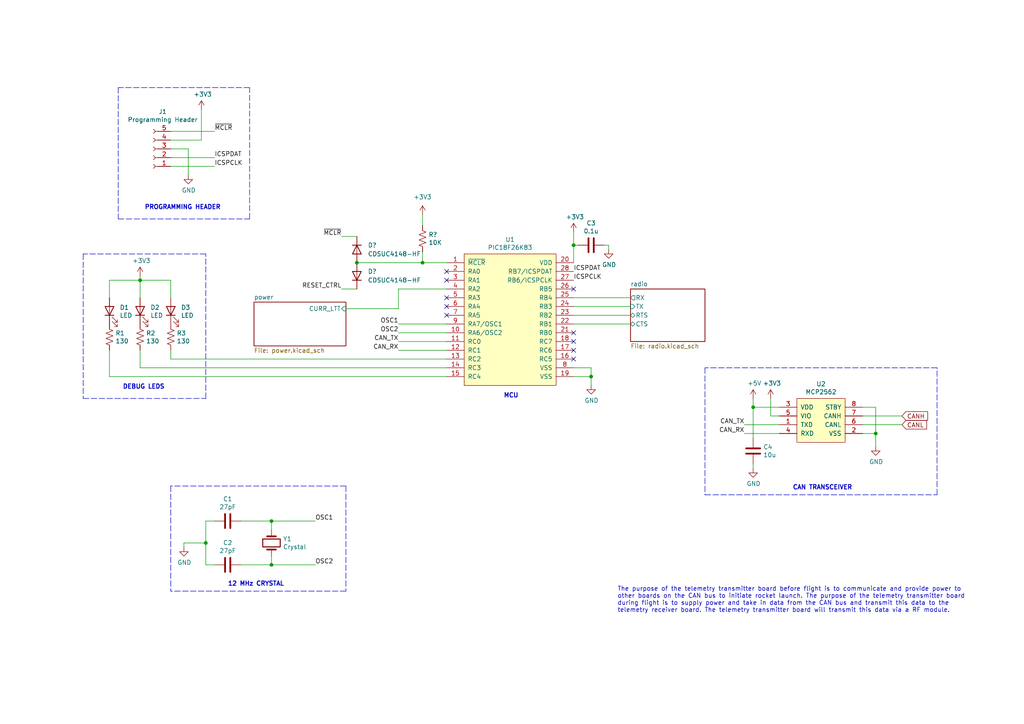
<source format=kicad_sch>
(kicad_sch (version 20211123) (generator eeschema)
  (paper "A4")
  (title_block (title "Live Telemetry Transmitter") (date "2021-10-01") (rev "2.1"))
  (lib_symbols
    (symbol "Connector:Conn_01x05_Female" (pin_names (offset 1.016) hide)
      (property "Reference" "J" (at 0 7.62 0))
      (property "Value" "Conn_01x05_Female" (at 0 -7.62 0))
      (symbol "Conn_01x05_Female_1_1"
        (arc (start 0 -4.572) (mid -0.508 -5.08) (end 0 -5.588) (stroke (width 0.1524)))
        (arc (start 0 -2.032) (mid -0.508 -2.54) (end 0 -3.048) (stroke (width 0.1524)))
        (polyline (pts (xy -1.27 -5.08) (xy -0.508 -5.08)) (stroke (width 0.1524)))
        (polyline (pts (xy -1.27 -2.54) (xy -0.508 -2.54)) (stroke (width 0.1524)))
        (polyline (pts (xy -1.27 0) (xy -0.508 0)) (stroke (width 0.1524)))
        (polyline (pts (xy -1.27 2.54) (xy -0.508 2.54)) (stroke (width 0.1524)))
        (polyline (pts (xy -1.27 5.08) (xy -0.508 5.08)) (stroke (width 0.1524)))
        (arc (start 0 0.508) (mid -0.508 0) (end 0 -0.508) (stroke (width 0.1524)))
        (arc (start 0 3.048) (mid -0.508 2.54) (end 0 2.032) (stroke (width 0.1524)))
        (arc (start 0 5.588) (mid -0.508 5.08) (end 0 4.572) (stroke (width 0.1524)))
        (pin passive line (at -5.08 5.08 0) (length 3.81) (name "Pin_1") (number "1"))
        (pin passive line (at -5.08 2.54 0) (length 3.81) (name "Pin_2") (number "2"))
        (pin passive line (at -5.08 0 0) (length 3.81) (name "Pin_3") (number "3"))
        (pin passive line (at -5.08 -2.54 0) (length 3.81) (name "Pin_4") (number "4"))
        (pin passive line (at -5.08 -5.08 0) (length 3.81) (name "Pin_5") (number "5"))
      )
    )
    (symbol "Device:C" (pin_numbers hide) (pin_names (offset 0.254))
      (property "Reference" "C" (at 0.635 2.54 0))
      (property "Value" "C" (at 0.635 -2.54 0))
      (symbol "C_0_1"
        (polyline (pts (xy -2.032 -0.762) (xy 2.032 -0.762)) (stroke (width 0.508)))
        (polyline (pts (xy -2.032 0.762) (xy 2.032 0.762)) (stroke (width 0.508)))
      )
      (symbol "C_1_1"
        (pin passive line (at 0 3.81 270) (length 2.794) (name "~") (number "1"))
        (pin passive line (at 0 -3.81 90) (length 2.794) (name "~") (number "2"))
      )
    )
    (symbol "Device:Crystal" (pin_numbers hide) (pin_names (offset 1.016) hide)
      (property "Reference" "Y" (at 0 3.81 0))
      (property "Value" "Crystal" (at 0 -3.81 0))
      (symbol "Crystal_0_1"
        (rectangle (start -1.143 2.54) (end 1.143 -2.54) (stroke (width 0.3048)))
        (polyline (pts (xy -2.54 0) (xy -1.905 0)))
        (polyline (pts (xy -1.905 -1.27) (xy -1.905 1.27)) (stroke (width 0.508)))
        (polyline (pts (xy 1.905 -1.27) (xy 1.905 1.27)) (stroke (width 0.508)))
        (polyline (pts (xy 2.54 0) (xy 1.905 0)))
      )
      (symbol "Crystal_1_1"
        (pin passive line (at -3.81 0 0) (length 1.27) (name "1") (number "1"))
        (pin passive line (at 3.81 0 180) (length 1.27) (name "2") (number "2"))
      )
    )
    (symbol "Device:D" (pin_numbers hide) (pin_names (offset 1.016) hide)
      (property "Reference" "D" (at 0 2.54 0))
      (property "Value" "D" (at 0 -2.54 0))
      (symbol "D_0_1"
        (polyline (pts (xy -1.27 1.27) (xy -1.27 -1.27)) (stroke (width 0.254)))
        (polyline (pts (xy 1.27 0) (xy -1.27 0)))
        (polyline (pts (xy 1.27 1.27) (xy 1.27 -1.27) (xy -1.27 0) (xy 1.27 1.27)) (stroke (width 0.254)))
      )
      (symbol "D_1_1"
        (pin passive line (at -3.81 0 0) (length 2.54) (name "K") (number "1"))
        (pin passive line (at 3.81 0 180) (length 2.54) (name "A") (number "2"))
      )
    )
    (symbol "Device:LED" (pin_numbers hide) (pin_names (offset 1.016) hide)
      (property "Reference" "D" (at 0 2.54 0))
      (property "Value" "LED" (at 0 -2.54 0))
      (symbol "LED_0_1"
        (polyline (pts (xy -1.27 -1.27) (xy -1.27 1.27)) (stroke (width 0.254)))
        (polyline (pts (xy -1.27 0) (xy 1.27 0)))
        (polyline (pts (xy 1.27 -1.27) (xy 1.27 1.27) (xy -1.27 0) (xy 1.27 -1.27)) (stroke (width 0.254)))
        (polyline (pts (xy -3.048 -0.762) (xy -4.572 -2.286) (xy -3.81 -2.286) (xy -4.572 -2.286) (xy -4.572 -1.524)))
        (polyline (pts (xy -1.778 -0.762) (xy -3.302 -2.286) (xy -2.54 -2.286) (xy -3.302 -2.286) (xy -3.302 -1.524)))
      )
      (symbol "LED_1_1"
        (pin passive line (at -3.81 0 0) (length 2.54) (name "K") (number "1"))
        (pin passive line (at 3.81 0 180) (length 2.54) (name "A") (number "2"))
      )
    )
    (symbol "Device:R_US" (pin_numbers hide) (pin_names (offset 0))
      (property "Reference" "R" (at 2.54 0 90))
      (property "Value" "R_US" (at -2.54 0 90))
      (symbol "R_US_0_1"
        (polyline (pts (xy 0 -2.286) (xy 0 -2.54)))
        (polyline (pts (xy 0 2.286) (xy 0 2.54)))
        (polyline (pts (xy 0 -0.762) (xy 1.016 -1.143) (xy 0 -1.524) (xy -1.016 -1.905) (xy 0 -2.286)))
        (polyline (pts (xy 0 0.762) (xy 1.016 0.381) (xy 0 0) (xy -1.016 -0.381) (xy 0 -0.762)))
        (polyline (pts (xy 0 2.286) (xy 1.016 1.905) (xy 0 1.524) (xy -1.016 1.143) (xy 0 0.762)))
      )
      (symbol "R_US_1_1"
        (pin passive line (at 0 3.81 270) (length 1.27) (name "~") (number "1"))
        (pin passive line (at 0 -3.81 90) (length 1.27) (name "~") (number "2"))
      )
    )
    (symbol "canhw:MCP2562" (pin_names (offset 1.016))
      (property "Reference" "U" (at 5.08 3.81 0))
      (property "Value" "MCP2562" (at -3.81 3.81 0))
      (symbol "MCP2562_0_1"
        (rectangle (start -7.62 2.54) (end 6.35 -10.16) (fill (type background)))
      )
      (symbol "MCP2562_1_1"
        (pin bidirectional line (at -12.7 -5.08 0) (length 5.08) (name "TXD") (number "1"))
        (pin power_in line (at 11.43 -7.62 180) (length 5.08) (name "VSS") (number "2"))
        (pin power_in line (at -12.7 0 0) (length 5.08) (name "VDD") (number "3"))
        (pin bidirectional line (at -12.7 -7.62 0) (length 5.08) (name "RXD") (number "4"))
        (pin bidirectional line (at -12.7 -2.54 0) (length 5.08) (name "VIO") (number "5"))
        (pin bidirectional line (at 11.43 -5.08 180) (length 5.08) (name "CANL") (number "6"))
        (pin bidirectional line (at 11.43 -2.54 180) (length 5.08) (name "CANH") (number "7"))
        (pin bidirectional line (at 11.43 0 180) (length 5.08) (name "STBY") (number "8"))
      )
    )
    (symbol "canhw:PIC18F26K83" (pin_names (offset 1.016))
      (property "Reference" "U" (at 11.43 20.32 0))
      (property "Value" "PIC18F26K83" (at -7.62 20.32 0))
      (symbol "PIC18F26K83_0_1"
        (rectangle (start -13.97 19.05) (end 12.7 -19.05) (fill (type background)))
      )
      (symbol "PIC18F26K83_1_1"
        (pin input line (at -19.05 16.51 0) (length 5.08) (name "~{MCLR}") (number "1"))
        (pin bidirectional line (at -19.05 -3.81 0) (length 5.08) (name "RA6/OSC2") (number "10"))
        (pin bidirectional line (at -19.05 -6.35 0) (length 5.08) (name "RC0") (number "11"))
        (pin bidirectional line (at -19.05 -8.89 0) (length 5.08) (name "RC1") (number "12"))
        (pin bidirectional line (at -19.05 -11.43 0) (length 5.08) (name "RC2") (number "13"))
        (pin bidirectional line (at -19.05 -13.97 0) (length 5.08) (name "RC3") (number "14"))
        (pin bidirectional line (at -19.05 -16.51 0) (length 5.08) (name "RC4") (number "15"))
        (pin bidirectional line (at 17.78 -11.43 180) (length 5.08) (name "RC5") (number "16"))
        (pin bidirectional line (at 17.78 -8.89 180) (length 5.08) (name "RC6") (number "17"))
        (pin bidirectional line (at 17.78 -6.35 180) (length 5.08) (name "RC7") (number "18"))
        (pin power_in line (at 17.78 -16.51 180) (length 5.08) (name "VSS") (number "19"))
        (pin bidirectional line (at -19.05 13.97 0) (length 5.08) (name "RA0") (number "2"))
        (pin power_in line (at 17.78 16.51 180) (length 5.08) (name "VDD") (number "20"))
        (pin bidirectional line (at 17.78 -3.81 180) (length 5.08) (name "RB0") (number "21"))
        (pin bidirectional line (at 17.78 -1.27 180) (length 5.08) (name "RB1") (number "22"))
        (pin bidirectional line (at 17.78 1.27 180) (length 5.08) (name "RB2") (number "23"))
        (pin bidirectional line (at 17.78 3.81 180) (length 5.08) (name "RB3") (number "24"))
        (pin bidirectional line (at 17.78 6.35 180) (length 5.08) (name "RB4") (number "25"))
        (pin bidirectional line (at 17.78 8.89 180) (length 5.08) (name "RB5") (number "26"))
        (pin bidirectional line (at 17.78 11.43 180) (length 5.08) (name "RB6/ICSPCLK") (number "27"))
        (pin bidirectional line (at 17.78 13.97 180) (length 5.08) (name "RB7/ICSPDAT") (number "28"))
        (pin bidirectional line (at -19.05 11.43 0) (length 5.08) (name "RA1") (number "3"))
        (pin bidirectional line (at -19.05 8.89 0) (length 5.08) (name "RA2") (number "4"))
        (pin bidirectional line (at -19.05 6.35 0) (length 5.08) (name "RA3") (number "5"))
        (pin bidirectional line (at -19.05 3.81 0) (length 5.08) (name "RA4") (number "6"))
        (pin bidirectional line (at -19.05 1.27 0) (length 5.08) (name "RA5") (number "7"))
        (pin power_in line (at 17.78 -13.97 180) (length 5.08) (name "VSS") (number "8"))
        (pin bidirectional line (at -19.05 -1.27 0) (length 5.08) (name "RA7/OSC1") (number "9"))
      )
    )
    (symbol "power:+3V3" (power) (pin_names (offset 0))
      (property "Value" "+3V3" (at 0 3.556 0))
      (symbol "+3V3_0_1"
        (polyline (pts (xy -0.762 1.27) (xy 0 2.54)))
        (polyline (pts (xy 0 0) (xy 0 2.54)))
        (polyline (pts (xy 0 2.54) (xy 0.762 1.27)))
      )
      (symbol "+3V3_1_1"
        (pin power_in line (at 0 0 90) (length 0) hide (name "+3V3") (number "1"))
      )
    )
    (symbol "power:+5V" (power) (pin_names (offset 0))
      (property "Value" "+5V" (at 0 3.556 0))
      (symbol "+5V_0_1"
        (polyline (pts (xy -0.762 1.27) (xy 0 2.54)))
        (polyline (pts (xy 0 0) (xy 0 2.54)))
        (polyline (pts (xy 0 2.54) (xy 0.762 1.27)))
      )
      (symbol "+5V_1_1"
        (pin power_in line (at 0 0 90) (length 0) hide (name "+5V") (number "1"))
      )
    )
    (symbol "power:GND" (power) (pin_names (offset 0))
      (property "Value" "GND" (at 0 -3.81 0))
      (symbol "GND_0_1"
        (polyline (pts (xy 0 0) (xy 0 -1.27) (xy 1.27 -1.27) (xy 0 -2.54) (xy -1.27 -1.27) (xy 0 -1.27)))
      )
      (symbol "GND_1_1"
        (pin power_in line (at 0 0 270) (length 0) hide (name "GND") (number "1"))
      )
    )
  )
  (junction (at 40.64 81.28))
  (junction (at 171.45 109.22))
  (junction (at 78.74 163.83))
  (junction (at 254 125.73))
  (junction (at 59.69 157.48))
  (junction (at 218.44 118.11))
  (junction (at 166.37 71.12))
  (junction (at 103.505 76.2))
  (junction (at 78.74 151.13))
  (junction (at 122.555 76.2))
  (no_connect (at 129.54 86.36))
  (no_connect (at 166.37 101.6))
  (no_connect (at 166.37 104.14))
  (no_connect (at 166.37 99.06))
  (no_connect (at 129.54 91.44))
  (no_connect (at 129.54 88.9))
  (no_connect (at 166.37 83.82))
  (no_connect (at 166.37 96.52))
  (no_connect (at 129.54 81.28))
  (no_connect (at 129.54 78.74))
  (polyline (pts (xy 59.69 115.57) (xy 59.69 73.66)))
  (wire (pts (xy 223.52 115.57) (xy 223.52 120.65)))
  (wire (pts (xy 49.53 104.14) (xy 49.53 101.6)))
  (wire (pts (xy 78.74 153.67) (xy 78.74 151.13)))
  (polyline (pts (xy 100.33 140.97) (xy 100.33 171.45)))
  (wire (pts (xy 115.57 83.82) (xy 115.57 89.535)))
  (wire (pts (xy 218.44 134.62) (xy 218.44 135.89)))
  (wire (pts (xy 254 118.11) (xy 254 125.73)))
  (polyline (pts (xy 24.13 115.57) (xy 59.69 115.57)))
  (wire (pts (xy 40.64 81.28) (xy 40.64 86.36)))
  (wire (pts (xy 62.23 45.72) (xy 49.53 45.72)))
  (polyline (pts (xy 204.47 106.68) (xy 204.47 143.51)))
  (wire (pts (xy 49.53 104.14) (xy 129.54 104.14)))
  (wire (pts (xy 176.53 71.12) (xy 175.26 71.12)))
  (polyline (pts (xy 59.69 73.66) (xy 24.13 73.66)))
  (wire (pts (xy 250.19 120.65) (xy 261.62 120.65)))
  (wire (pts (xy 62.23 38.1) (xy 49.53 38.1)))
  (wire (pts (xy 218.44 115.57) (xy 218.44 118.11)))
  (wire (pts (xy 49.53 86.36) (xy 49.53 81.28)))
  (wire (pts (xy 182.88 86.36) (xy 166.37 86.36)))
  (wire (pts (xy 49.53 40.64) (xy 58.42 40.64)))
  (wire (pts (xy 218.44 118.11) (xy 218.44 127)))
  (wire (pts (xy 78.74 151.13) (xy 91.44 151.13)))
  (polyline (pts (xy 204.47 143.51) (xy 271.78 143.51)))
  (wire (pts (xy 54.61 43.18) (xy 49.53 43.18)))
  (wire (pts (xy 226.06 123.19) (xy 215.9 123.19)))
  (wire (pts (xy 182.88 88.9) (xy 166.37 88.9)))
  (polyline (pts (xy 72.39 63.5) (xy 72.39 25.4)))
  (wire (pts (xy 171.45 109.22) (xy 171.45 111.76)))
  (wire (pts (xy 122.555 73.025) (xy 122.555 76.2)))
  (wire (pts (xy 166.37 67.31) (xy 166.37 71.12)))
  (wire (pts (xy 59.69 157.48) (xy 59.69 163.83)))
  (wire (pts (xy 31.75 81.28) (xy 40.64 81.28)))
  (wire (pts (xy 54.61 43.18) (xy 54.61 50.8)))
  (wire (pts (xy 167.64 71.12) (xy 166.37 71.12)))
  (wire (pts (xy 166.37 109.22) (xy 171.45 109.22)))
  (wire (pts (xy 99.06 68.58) (xy 103.505 68.58)))
  (polyline (pts (xy 34.29 63.5) (xy 72.39 63.5)))
  (wire (pts (xy 254 125.73) (xy 254 129.54)))
  (wire (pts (xy 115.57 89.535) (xy 100.33 89.535)))
  (wire (pts (xy 103.505 76.2) (xy 122.555 76.2)))
  (wire (pts (xy 59.69 151.13) (xy 59.69 157.48)))
  (wire (pts (xy 129.54 83.82) (xy 115.57 83.82)))
  (wire (pts (xy 115.57 93.98) (xy 129.54 93.98)))
  (polyline (pts (xy 24.13 73.66) (xy 24.13 115.57)))
  (polyline (pts (xy 49.53 140.97) (xy 49.53 171.45)))
  (wire (pts (xy 166.37 76.2) (xy 166.37 71.12)))
  (wire (pts (xy 166.37 106.68) (xy 171.45 106.68)))
  (wire (pts (xy 99.06 83.82) (xy 103.505 83.82)))
  (wire (pts (xy 171.45 106.68) (xy 171.45 109.22)))
  (wire (pts (xy 40.64 80.01) (xy 40.64 81.28)))
  (wire (pts (xy 115.57 99.06) (xy 129.54 99.06)))
  (wire (pts (xy 250.19 118.11) (xy 254 118.11)))
  (wire (pts (xy 226.06 120.65) (xy 223.52 120.65)))
  (wire (pts (xy 122.555 62.23) (xy 122.555 65.405)))
  (wire (pts (xy 250.19 123.19) (xy 261.62 123.19)))
  (wire (pts (xy 182.88 91.44) (xy 166.37 91.44)))
  (wire (pts (xy 53.34 158.75) (xy 53.34 157.48)))
  (wire (pts (xy 129.54 76.2) (xy 122.555 76.2)))
  (wire (pts (xy 40.64 106.68) (xy 129.54 106.68)))
  (wire (pts (xy 115.57 96.52) (xy 129.54 96.52)))
  (polyline (pts (xy 271.78 143.51) (xy 271.78 106.68)))
  (wire (pts (xy 78.74 161.29) (xy 78.74 163.83)))
  (wire (pts (xy 62.23 151.13) (xy 59.69 151.13)))
  (wire (pts (xy 31.75 109.22) (xy 31.75 101.6)))
  (polyline (pts (xy 34.29 25.4) (xy 34.29 63.5)))
  (wire (pts (xy 53.34 157.48) (xy 59.69 157.48)))
  (wire (pts (xy 58.42 40.64) (xy 58.42 31.75)))
  (wire (pts (xy 215.9 125.73) (xy 226.06 125.73)))
  (wire (pts (xy 78.74 163.83) (xy 91.44 163.83)))
  (wire (pts (xy 176.53 72.39) (xy 176.53 71.12)))
  (polyline (pts (xy 100.33 171.45) (xy 49.53 171.45)))
  (wire (pts (xy 62.23 48.26) (xy 49.53 48.26)))
  (wire (pts (xy 49.53 81.28) (xy 40.64 81.28)))
  (wire (pts (xy 78.74 151.13) (xy 69.85 151.13)))
  (wire (pts (xy 182.88 93.98) (xy 166.37 93.98)))
  (wire (pts (xy 40.64 106.68) (xy 40.64 101.6)))
  (wire (pts (xy 250.19 125.73) (xy 254 125.73)))
  (polyline (pts (xy 271.78 106.68) (xy 204.47 106.68)))
  (wire (pts (xy 62.23 163.83) (xy 59.69 163.83)))
  (wire (pts (xy 31.75 109.22) (xy 129.54 109.22)))
  (wire (pts (xy 31.75 86.36) (xy 31.75 81.28)))
  (wire (pts (xy 78.74 163.83) (xy 69.85 163.83)))
  (polyline (pts (xy 100.33 140.97) (xy 49.53 140.97)))
  (wire (pts (xy 115.57 101.6) (xy 129.54 101.6)))
  (polyline (pts (xy 72.39 25.4) (xy 34.29 25.4)))
  (wire (pts (xy 218.44 118.11) (xy 226.06 118.11)))
  (text "MCU" (at 146.05 115.57 0) (effects (font (size 1.27 1.27) (thickness 0.254) bold) (justify left bottom)))
  (text "PROGRAMMING HEADER" (at 41.91 60.96 0) (effects (font (size 1.27 1.27) (thickness 0.254) bold) (justify left bottom)))
  (text "CAN TRANSCEIVER" (at 229.87 142.24 0) (effects (font (size 1.27 1.27) (thickness 0.254) bold) (justify left bottom)))
  (text "The purpose of the telemetry transmitter board before flight is to communicate and provide power to \nother boards on the CAN bus to initiate rocket launch. The purpose of the telemetry transmitter board\nduring flight is to supply power and take in data from the CAN bus and transmit this data to the \ntelemetry receiver board. The telemetry transmitter board will transmit this data via a RF module." (at 179.07 177.8 0) (effects (font (size 1.27 1.27)) (justify left bottom)))
  (text "12 MHz CRYSTAL" (at 66.04 170.18 0) (effects (font (size 1.27 1.27) (thickness 0.254) bold) (justify left bottom)))
  (text "DEBUG LEDS" (at 35.56 113.03 0) (effects (font (size 1.27 1.27) (thickness 0.254) bold) (justify left bottom)))
  (label "CAN_TX" (at 115.57 99.06 180))
  (label "ICSPCLK" (at 166.37 81.28 0))
  (label "CAN_RX" (at 115.57 101.6 180))
  (label "OSC1" (at 115.57 93.98 180))
  (label "ICSPDAT" (at 166.37 78.74 0))
  (label "OSC1" (at 91.44 151.13 0))
  (label "RESET_CTRL" (at 99.06 83.82 180))
  (label "OSC2" (at 115.57 96.52 180))
  (label "ICSPCLK" (at 62.23 48.26 0))
  (label "~{MCLR}" (at 62.23 38.1 0))
  (label "CAN_TX" (at 215.9 123.19 180))
  (label "OSC2" (at 91.44 163.83 0))
  (label "ICSPDAT" (at 62.23 45.72 0))
  (label "CAN_RX" (at 215.9 125.73 180))
  (label "~{MCLR}" (at 99.06 68.58 180))
  (global_label "CANL" (shape input) (at 261.62 123.19 0) (property "Intersheet References" "${INTERSHEET_REFS}" (effects hide)))
  (global_label "CANH" (shape input) (at 261.62 120.65 0) (property "Intersheet References" "${INTERSHEET_REFS}" (effects hide)))
  (symbol (lib_id "canhw:PIC18F26K83") (at 148.59 92.71 0) (unit 1)
    (property "Reference" "U1" (at 147.955 69.469 0))
    (property "Value" "PIC18F26K83" (at 147.955 71.7804 0))
    (property "Footprint" "Package_SO:SOIC-28W_7.5x18.7mm_P1.27mm" (effects hide))
    (property "Datasheet" "http://ww1.microchip.com/downloads/en/DeviceDoc/40001943A.pdf" (effects hide))
  )
  (symbol (lib_id "Device:C") (at 171.45 71.12 90) (unit 1)
    (property "Reference" "C3" (at 171.45 64.7192 90))
    (property "Value" "0.1u" (at 171.45 67.0306 90))
    (property "Footprint" "Capacitor_SMD:C_0805_2012Metric_Pad1.15x1.40mm_HandSolder" (effects hide))
  )
  (symbol (lib_id "power:GND") (at 176.53 72.39 0) (unit 1)
    (property "Reference" "#PWR08" (effects hide))
    (property "Value" "GND" (at 176.657 76.7842 0))
  )
  (symbol (lib_id "Connector:Conn_01x05_Female") (at 44.45 43.18 180) (unit 1)
    (property "Reference" "J1" (at 47.1932 32.385 0))
    (property "Value" "Programming Header" (at 47.1932 34.6964 0))
    (property "Footprint" "Connector_PinSocket_2.54mm:PinSocket_1x05_P2.54mm_Horizontal" (effects hide))
  )
  (symbol (lib_id "power:GND") (at 171.45 111.76 0) (unit 1)
    (property "Reference" "#PWR07" (effects hide))
    (property "Value" "GND" (at 171.577 116.1542 0))
  )
  (symbol (lib_id "power:GND") (at 54.61 50.8 0) (unit 1)
    (property "Reference" "#PWR01" (effects hide))
    (property "Value" "GND" (at 54.737 55.1942 0))
  )
  (symbol (lib_id "canhw:MCP2562") (at 238.76 118.11 0) (unit 1)
    (property "Reference" "U2" (at 238.125 111.379 0))
    (property "Value" "MCP2562" (at 238.125 113.6904 0))
    (property "Footprint" "Package_SO:SOIC-8_3.9x4.9mm_P1.27mm" (effects hide))
    (property "Datasheet" "http://hades.mech.northwestern.edu/images/5/5e/MCP2562.pdf" (effects hide))
  )
  (symbol (lib_id "power:GND") (at 254 129.54 0) (unit 1)
    (property "Reference" "#PWR012" (effects hide))
    (property "Value" "GND" (at 254.127 133.9342 0))
  )
  (symbol (lib_id "Device:C") (at 218.44 130.81 0) (unit 1)
    (property "Reference" "C4" (at 221.361 129.6416 0) (effects (justify left)))
    (property "Value" "10u" (at 221.361 131.953 0) (effects (justify left)))
    (property "Footprint" "Capacitor_SMD:C_0805_2012Metric_Pad1.15x1.40mm_HandSolder" (effects hide))
  )
  (symbol (lib_id "power:GND") (at 218.44 135.89 0) (unit 1)
    (property "Reference" "#PWR010" (effects hide))
    (property "Value" "GND" (at 218.567 140.2842 0))
  )
  (symbol (lib_id "power:+5V") (at 218.44 115.57 0) (unit 1)
    (property "Reference" "#PWR09" (effects hide))
    (property "Value" "+5V" (at 218.821 111.1758 0))
  )
  (symbol (lib_id "Device:Crystal") (at 78.74 157.48 270) (unit 1)
    (property "Reference" "Y1" (at 82.0674 156.3116 90) (effects (justify left)))
    (property "Value" "Crystal" (at 82.0674 158.623 90) (effects (justify left)))
    (property "Footprint" "Crystal:Crystal_HC49-U_Vertical" (effects hide))
  )
  (symbol (lib_id "Device:C") (at 66.04 151.13 270) (unit 1)
    (property "Reference" "C1" (at 66.04 144.7292 90))
    (property "Value" "27pF" (at 66.04 147.0406 90))
    (property "Footprint" "Capacitor_SMD:C_0805_2012Metric_Pad1.15x1.40mm_HandSolder" (effects hide))
  )
  (symbol (lib_id "Device:C") (at 66.04 163.83 270) (unit 1)
    (property "Reference" "C2" (at 66.04 157.4292 90))
    (property "Value" "27pF" (at 66.04 159.7406 90))
    (property "Footprint" "Capacitor_SMD:C_0805_2012Metric_Pad1.15x1.40mm_HandSolder" (effects hide))
  )
  (symbol (lib_id "power:GND") (at 53.34 158.75 0) (unit 1)
    (property "Reference" "#PWR02" (effects hide))
    (property "Value" "GND" (at 53.467 163.1442 0))
  )
  (symbol (lib_id "Device:R_US") (at 31.75 97.79 0) (unit 1)
    (property "Reference" "R1" (at 33.4772 96.6216 0) (effects (justify left)))
    (property "Value" "130" (at 33.4772 98.933 0) (effects (justify left)))
    (property "Footprint" "Resistor_SMD:R_0805_2012Metric_Pad1.15x1.40mm_HandSolder" (effects hide))
  )
  (symbol (lib_id "Device:R_US") (at 40.64 97.79 0) (unit 1)
    (property "Reference" "R2" (at 42.3672 96.6216 0) (effects (justify left)))
    (property "Value" "130" (at 42.3672 98.933 0) (effects (justify left)))
    (property "Footprint" "Resistor_SMD:R_0805_2012Metric_Pad1.15x1.40mm_HandSolder" (effects hide))
  )
  (symbol (lib_id "Device:R_US") (at 49.53 97.79 0) (unit 1)
    (property "Reference" "R3" (at 51.2572 96.6216 0) (effects (justify left)))
    (property "Value" "130" (at 51.2572 98.933 0) (effects (justify left)))
    (property "Footprint" "Resistor_SMD:R_0805_2012Metric_Pad1.15x1.40mm_HandSolder" (effects hide))
  )
  (symbol (lib_id "Device:LED") (at 31.75 90.17 90) (unit 1)
    (property "Reference" "D1" (at 34.7218 89.1794 90) (effects (justify right)))
    (property "Value" "LED" (at 34.7218 91.4908 90) (effects (justify right)))
    (property "Footprint" "LED_SMD:LED_1206_3216Metric_Pad1.42x1.75mm_HandSolder" (effects hide))
  )
  (symbol (lib_id "Device:LED") (at 40.64 90.17 90) (unit 1)
    (property "Reference" "D2" (at 43.6118 89.1794 90) (effects (justify right)))
    (property "Value" "LED" (at 43.6118 91.4908 90) (effects (justify right)))
    (property "Footprint" "LED_SMD:LED_1206_3216Metric_Pad1.42x1.75mm_HandSolder" (effects hide))
  )
  (symbol (lib_id "Device:LED") (at 49.53 90.17 90) (unit 1)
    (property "Reference" "D3" (at 52.5018 89.1794 90) (effects (justify right)))
    (property "Value" "LED" (at 52.5018 91.4908 90) (effects (justify right)))
    (property "Footprint" "LED_SMD:LED_1206_3216Metric_Pad1.42x1.75mm_HandSolder" (effects hide))
  )
  (symbol (lib_id "power:+3V3") (at 166.37 67.31 0) (unit 1)
    (property "Reference" "#PWR06" (effects hide))
    (property "Value" "+3V3" (at 166.751 62.9158 0))
  )
  (symbol (lib_id "power:+3V3") (at 223.52 115.57 0) (unit 1)
    (property "Reference" "#PWR011" (effects hide))
    (property "Value" "+3V3" (at 223.901 111.1758 0))
  )
  (symbol (lib_id "power:+3V3") (at 40.64 80.01 0) (unit 1)
    (property "Reference" "#PWR03" (effects hide))
    (property "Value" "+3V3" (at 41.021 75.6158 0))
  )
  (symbol (lib_id "power:+3V3") (at 58.42 31.75 0) (unit 1)
    (property "Reference" "#PWR04" (effects hide))
    (property "Value" "+3V3" (at 58.801 27.3558 0))
  )
  (symbol (lib_id "power:+3V3") (at 122.555 62.23 0) (unit 1)
    (property "Reference" "#PWR?" (effects hide))
    (property "Value" "+3V3" (at 122.555 57.15 0))
  )
  (symbol (lib_id "Device:D") (at 103.505 72.39 270) (unit 1)
    (property "Reference" "D?" (at 106.68 71.1199 90) (effects (justify left)))
    (property "Value" "CDSUC4148-HF" (at 106.68 73.6599 90) (effects (justify left)))
  )
  (symbol (lib_id "Device:D") (at 103.505 80.01 90) (unit 1)
    (property "Reference" "D?" (at 106.68 78.7399 90) (effects (justify right)))
    (property "Value" "CDSUC4148-HF" (at 106.68 81.2799 90) (effects (justify right)))
  )
  (symbol (lib_id "Device:R_US") (at 122.555 69.215 0) (unit 1)
    (property "Reference" "R?" (at 124.2822 68.0466 0) (effects (justify left)))
    (property "Value" "10K" (at 124.2822 70.358 0) (effects (justify left)))
    (property "Footprint" "Resistor_SMD:R_0805_2012Metric_Pad1.15x1.40mm_HandSolder" (effects hide))
  )
  (sheet (at 182.88 83.82) (size 21.59 15.24)
    (property "Sheet name" "radio" (at 182.88 83.1084 0) (effects (justify left bottom)))
    (property "Sheet file" "radio.kicad_sch" (at 182.88 99.6446 0) (effects (justify left top)))
    (pin "RTS" bidirectional (at 182.88 91.44 180))
    (pin "CTS" bidirectional (at 182.88 93.98 180))
    (pin "RX" output (at 182.88 86.36 180))
    (pin "TX" input (at 182.88 88.9 180))
  )
  (sheet (at 73.66 87.63) (size 26.67 12.7)
    (property "Sheet name" "power" (at 73.66 86.9184 0) (effects (justify left bottom)))
    (property "Sheet file" "power.kicad_sch" (at 73.66 100.9146 0) (effects (justify left top)))
    (pin "CURR_LTT" input (at 100.33 89.535 0))
  )
)
</source>
